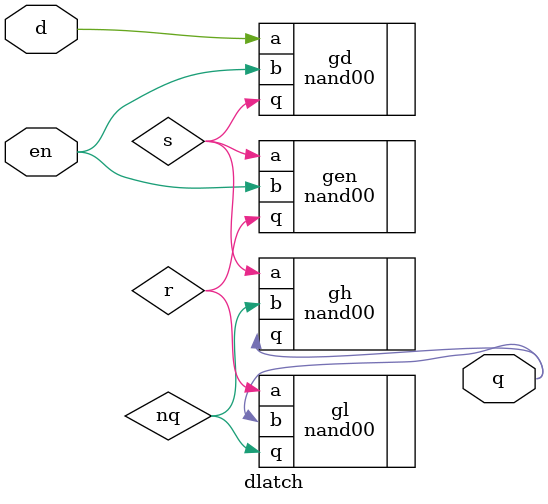
<source format=v>
`timescale 1ns/1ps

/*

Active high D latch

*/

module dlatch(
        input en,
        input d,
        output q
    );

    wire s, r, nq;

    nand00 gd(
        .a(d),
        .b(en),
        .q(s)
    );
    nand00 gen(
        .a(s),
        .b(en),
        .q(r)
    );
    nand00 gh(
        .a(s),
        .b(nq),
        .q(q)
    );
    nand00 gl(
        .a(r),
        .b(q),
        .q(nq)
    );
endmodule 
</source>
